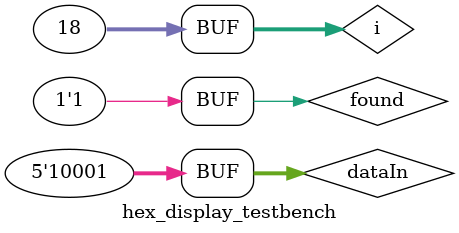
<source format=sv>

module hex_display(dataIn, found, led0, led1);
		input logic 			found;
		input logic [4:0]		dataIn;
		output logic [6:0]	led0, led1;
		
		//logic for upper bit of dataIn as well
		//logic lower for lower 4 bits of dataIn
		logic upper;
		logic [3:0] lower;
		
		//Assign lower to the lower 4 bits of dataIn
		//Assing the most significant bit of dataIn to upper.
		assign lower = dataIn[3:0];
		assign upper = dataIn[4];
		
		//This always_comb has an if statement to check if found
		//is 1. If it is, there are two case statements: lower, 
		//and upper. Case statement for lower sets led0 to the
		//respective value of the lower bits of dataIn to display
		//0-F. Case statement for upper sets led1 to the respective
		//value of the upper bit of dataIn to 0 or 1. Else statement
		//for if the data is not found, and in this case both led0
		//and led1 are going to be blank on the HEX displays. 
		always_comb begin
			if(found) begin
				case(lower)
					4'd0: begin
						led0 = 7'b1000000;   //0
					end
					
					4'd1: begin
						led0 = 7'b1111001;   //1
					end
					
					4'd2: begin
						led0 = 7'b0100100;   //2
					end
					
					4'd3: begin
						led0 = 7'b0110000;   //3
					end
					
					4'd4: begin
						led0 = 7'b0011001;   //4
					end
					
					4'd5: begin
						led0 = 7'b0010010;   //5
					end
					
					4'd6: begin
						led0 = 7'b0000010;   //6
					end
					
					4'd7: begin
						led0 = 7'b1111000;   //7
					end
					
					4'd8: begin
						led0 = 7'b0000000;   //8
					end
					
					4'd9: begin
						led0 = 7'b0010000;   //9
					end
					
					4'd10: begin
						led0 = 'b0001000;    //A 
					end
					
					4'd11: begin
						led0 = 7'b0000011;   //b
					end
					
					4'd12: begin
						led0 = 7'b1000110;   //C
					end
					
					4'd13: begin
						led0 = 7'b0100001;   //d
					end
					
					4'd14: begin
						led0 = 7'b0000110;  	//E
					end
					
					4'd15: begin
						led0 = 7'b0001110;  	//F
					end
					
					default: begin
						led0 = 7'bx;
					end
				endcase
				
				case(upper)
					1'b0: begin
						led1 = 7'b1000000;   //0
					end
					
					1'b1: begin
						led1 = 7'b1111001;   //1
					end
					
					default: begin
						led1 = 7'bx;
					end
				endcase
			end
			
			else begin
				led0 = 7'b1111111;
				led1 = 7'b1111111;
			end		
		end
endmodule 

//hex_display_testbench tests for expected and unexpected
//behavior. This testbench first sets found to 0 then uses 
//a for loop to change dataIn by setting it to 'i'. The loop
//goes from 0-17. After that, found is set to 1, and there
//is a second for loop that goes from 0-17. This is to check
//if the HEX displays will be updating according to the value
//of input found. 
module hex_display_testbench();
		logic found;
		logic [4:0]	dataIn;
		logic [6:0] led0, led1;
		
		hex_display dut(.dataIn, .found, .led0, .led1);
		
		integer i;
		
		initial begin
			found <= 0;
			for(i = 0; i < 18; i++) begin
				dataIn = i;	 #10;
			end
			
			found <= 1;
			for(i = 0; i < 18; i++) begin
				dataIn = i;	 #10;
			end
		end
endmodule 
</source>
